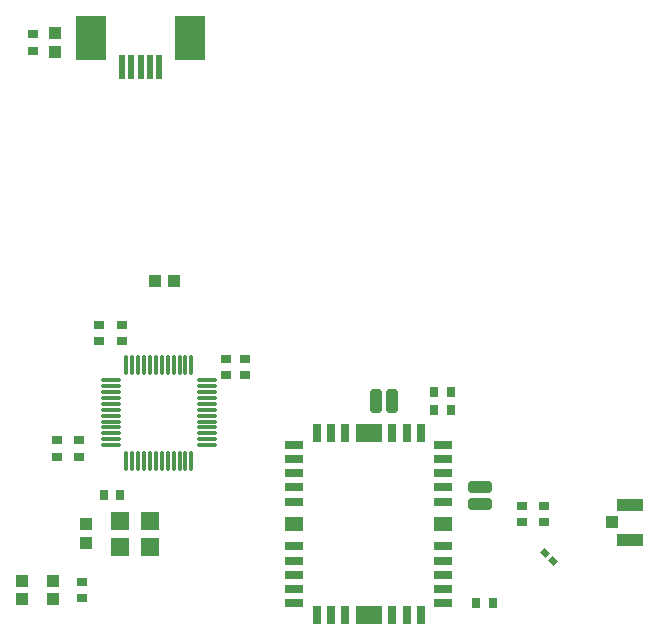
<source format=gtp>
G04 Layer_Color=8421504*
%FSLAX24Y24*%
%MOIN*%
G70*
G01*
G75*
%ADD10R,0.0866X0.0413*%
%ADD11R,0.0433X0.0413*%
G04:AMPARAMS|DCode=12|XSize=39.4mil|YSize=78.7mil|CornerRadius=9.8mil|HoleSize=0mil|Usage=FLASHONLY|Rotation=0.000|XOffset=0mil|YOffset=0mil|HoleType=Round|Shape=RoundedRectangle|*
%AMROUNDEDRECTD12*
21,1,0.0394,0.0591,0,0,0.0*
21,1,0.0197,0.0787,0,0,0.0*
1,1,0.0197,0.0098,-0.0295*
1,1,0.0197,-0.0098,-0.0295*
1,1,0.0197,-0.0098,0.0295*
1,1,0.0197,0.0098,0.0295*
%
%ADD12ROUNDEDRECTD12*%
G04:AMPARAMS|DCode=13|XSize=39.4mil|YSize=78.7mil|CornerRadius=9.8mil|HoleSize=0mil|Usage=FLASHONLY|Rotation=90.000|XOffset=0mil|YOffset=0mil|HoleType=Round|Shape=RoundedRectangle|*
%AMROUNDEDRECTD13*
21,1,0.0394,0.0591,0,0,90.0*
21,1,0.0197,0.0787,0,0,90.0*
1,1,0.0197,0.0295,0.0098*
1,1,0.0197,0.0295,-0.0098*
1,1,0.0197,-0.0295,-0.0098*
1,1,0.0197,-0.0295,0.0098*
%
%ADD13ROUNDEDRECTD13*%
%ADD14R,0.0413X0.0394*%
%ADD15R,0.0984X0.1496*%
%ADD16R,0.0197X0.0787*%
%ADD17O,0.0709X0.0118*%
%ADD18O,0.0118X0.0709*%
%ADD19R,0.0354X0.0315*%
%ADD20R,0.0394X0.0413*%
%ADD21R,0.0591X0.0630*%
%ADD22R,0.0315X0.0354*%
G04:AMPARAMS|DCode=23|XSize=19.7mil|YSize=23.6mil|CornerRadius=0mil|HoleSize=0mil|Usage=FLASHONLY|Rotation=225.000|XOffset=0mil|YOffset=0mil|HoleType=Round|Shape=Rectangle|*
%AMROTATEDRECTD23*
4,1,4,-0.0014,0.0153,0.0153,-0.0014,0.0014,-0.0153,-0.0153,0.0014,-0.0014,0.0153,0.0*
%
%ADD23ROTATEDRECTD23*%

%ADD24R,0.0276X0.0591*%
%ADD25R,0.0906X0.0591*%
%ADD26R,0.0591X0.0276*%
%ADD27R,0.0591X0.0512*%
D10*
X67992Y14370D02*
D03*
Y15532D02*
D03*
D11*
X67402Y14951D02*
D03*
D12*
X59537Y18984D02*
D03*
X60087D02*
D03*
D13*
X62994Y15570D02*
D03*
Y16120D02*
D03*
D14*
X52815Y22982D02*
D03*
X52185D02*
D03*
D15*
X50039Y31102D02*
D03*
X53346D02*
D03*
D16*
X52323Y30118D02*
D03*
X51378D02*
D03*
X51063D02*
D03*
X52008D02*
D03*
X51693D02*
D03*
D17*
X50709Y17526D02*
D03*
Y17723D02*
D03*
Y17920D02*
D03*
Y18117D02*
D03*
Y18314D02*
D03*
Y18511D02*
D03*
Y18707D02*
D03*
Y18904D02*
D03*
Y19101D02*
D03*
Y19298D02*
D03*
Y19495D02*
D03*
Y19692D02*
D03*
X53898D02*
D03*
Y19495D02*
D03*
Y19298D02*
D03*
Y19101D02*
D03*
Y18904D02*
D03*
Y18707D02*
D03*
Y18511D02*
D03*
Y18314D02*
D03*
Y18117D02*
D03*
Y17920D02*
D03*
Y17723D02*
D03*
Y17526D02*
D03*
D18*
X51220Y20204D02*
D03*
X51417D02*
D03*
X51614D02*
D03*
X51811D02*
D03*
X52008D02*
D03*
X52205D02*
D03*
X52402D02*
D03*
X52598D02*
D03*
X52795D02*
D03*
X53386Y17015D02*
D03*
X53189D02*
D03*
X52992D02*
D03*
X52795D02*
D03*
X52598D02*
D03*
X52402D02*
D03*
X52205D02*
D03*
X52008D02*
D03*
X51811D02*
D03*
X51614D02*
D03*
X51417D02*
D03*
X51220D02*
D03*
X52992Y20204D02*
D03*
X53189D02*
D03*
X53386D02*
D03*
D19*
X51063Y21535D02*
D03*
Y20984D02*
D03*
X64401Y15501D02*
D03*
Y14950D02*
D03*
X65151Y15501D02*
D03*
Y14950D02*
D03*
X55187Y20404D02*
D03*
Y19852D02*
D03*
X54547Y20404D02*
D03*
Y19852D02*
D03*
X48903Y17685D02*
D03*
Y17133D02*
D03*
X49653Y17685D02*
D03*
Y17133D02*
D03*
X50315Y21535D02*
D03*
Y20984D02*
D03*
X49734Y12972D02*
D03*
Y12421D02*
D03*
X48091Y30679D02*
D03*
Y31230D02*
D03*
D20*
X49862Y14882D02*
D03*
Y14252D02*
D03*
X48789Y12382D02*
D03*
Y13012D02*
D03*
X47726D02*
D03*
Y12382D02*
D03*
X48829Y31270D02*
D03*
Y30640D02*
D03*
D21*
X51014Y14984D02*
D03*
Y14142D02*
D03*
X52014Y14984D02*
D03*
Y14142D02*
D03*
D22*
X61474Y18700D02*
D03*
X62026D02*
D03*
X61474Y19300D02*
D03*
X62026D02*
D03*
X63426Y12250D02*
D03*
X62874D02*
D03*
X50463Y15866D02*
D03*
X51014D02*
D03*
D23*
X65161Y13939D02*
D03*
X65439Y13661D02*
D03*
D24*
X61032Y17931D02*
D03*
X60560D02*
D03*
X60087D02*
D03*
X57568D02*
D03*
X58040D02*
D03*
X58513D02*
D03*
X58513Y11868D02*
D03*
X58040D02*
D03*
X57568D02*
D03*
X60087D02*
D03*
X60560D02*
D03*
X61032D02*
D03*
D25*
X59300Y17931D02*
D03*
X59300Y11868D02*
D03*
D26*
X56820Y14152D02*
D03*
Y12262D02*
D03*
Y12735D02*
D03*
Y13680D02*
D03*
Y13207D02*
D03*
Y16593D02*
D03*
Y17065D02*
D03*
Y16120D02*
D03*
Y15648D02*
D03*
Y17538D02*
D03*
X61780D02*
D03*
Y15648D02*
D03*
Y16120D02*
D03*
Y17065D02*
D03*
Y16593D02*
D03*
Y13207D02*
D03*
Y13680D02*
D03*
Y12735D02*
D03*
Y12262D02*
D03*
Y14152D02*
D03*
D27*
X56820Y14900D02*
D03*
X61780D02*
D03*
M02*

</source>
